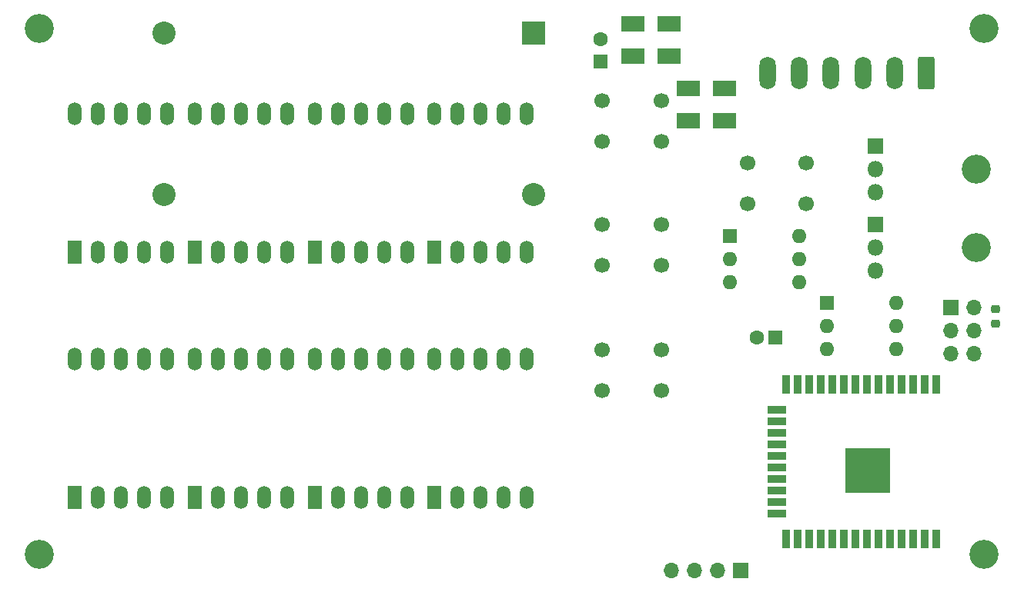
<source format=gbs>
%TF.GenerationSoftware,KiCad,Pcbnew,(6.0.0)*%
%TF.CreationDate,2022-03-13T19:16:45-04:00*%
%TF.ProjectId,esp23 i3 heat thermostat,65737032-3320-4693-9320-686561742074,rev?*%
%TF.SameCoordinates,Original*%
%TF.FileFunction,Soldermask,Bot*%
%TF.FilePolarity,Negative*%
%FSLAX46Y46*%
G04 Gerber Fmt 4.6, Leading zero omitted, Abs format (unit mm)*
G04 Created by KiCad (PCBNEW (6.0.0)) date 2022-03-13 19:16:45*
%MOMM*%
%LPD*%
G01*
G04 APERTURE LIST*
G04 Aperture macros list*
%AMRoundRect*
0 Rectangle with rounded corners*
0 $1 Rounding radius*
0 $2 $3 $4 $5 $6 $7 $8 $9 X,Y pos of 4 corners*
0 Add a 4 corners polygon primitive as box body*
4,1,4,$2,$3,$4,$5,$6,$7,$8,$9,$2,$3,0*
0 Add four circle primitives for the rounded corners*
1,1,$1+$1,$2,$3*
1,1,$1+$1,$4,$5*
1,1,$1+$1,$6,$7*
1,1,$1+$1,$8,$9*
0 Add four rect primitives between the rounded corners*
20,1,$1+$1,$2,$3,$4,$5,0*
20,1,$1+$1,$4,$5,$6,$7,0*
20,1,$1+$1,$6,$7,$8,$9,0*
20,1,$1+$1,$8,$9,$2,$3,0*%
G04 Aperture macros list end*
%ADD10R,1.700000X1.700000*%
%ADD11O,1.700000X1.700000*%
%ADD12R,1.524000X2.524000*%
%ADD13O,1.524000X2.524000*%
%ADD14RoundRect,0.250000X0.650000X1.550000X-0.650000X1.550000X-0.650000X-1.550000X0.650000X-1.550000X0*%
%ADD15O,1.800000X3.600000*%
%ADD16C,3.200000*%
%ADD17C,1.700000*%
%ADD18R,1.600000X1.600000*%
%ADD19O,1.600000X1.600000*%
%ADD20O,3.200000X3.200000*%
%ADD21R,1.800000X1.800000*%
%ADD22O,1.800000X1.800000*%
%ADD23C,1.600000*%
%ADD24R,2.500000X1.800000*%
%ADD25R,0.900000X2.000000*%
%ADD26R,2.000000X0.900000*%
%ADD27R,5.000000X5.000000*%
%ADD28R,2.540000X2.540000*%
%ADD29C,2.540000*%
%ADD30RoundRect,0.225000X-0.250000X0.225000X-0.250000X-0.225000X0.250000X-0.225000X0.250000X0.225000X0*%
G04 APERTURE END LIST*
D10*
%TO.C,J2*%
X130800000Y-111252000D03*
D11*
X128260000Y-111252000D03*
X125720000Y-111252000D03*
X123180000Y-111252000D03*
%TD*%
D12*
%TO.C,LED7*%
X97100000Y-76240000D03*
D13*
X99640000Y-76240000D03*
X102180000Y-76240000D03*
X104720000Y-76240000D03*
X107260000Y-76240000D03*
X107260000Y-61000000D03*
X104720000Y-61000000D03*
X102180000Y-61000000D03*
X99640000Y-61000000D03*
X97100000Y-61000000D03*
%TD*%
D14*
%TO.C,J1*%
X151189000Y-56526500D03*
D15*
X147689000Y-56526500D03*
X144189000Y-56526500D03*
X140689000Y-56526500D03*
X137189000Y-56526500D03*
X133689000Y-56526500D03*
%TD*%
D16*
%TO.C,REF\u002A\u002A*%
X53594000Y-51562000D03*
%TD*%
D17*
%TO.C,SW4*%
X115500000Y-59550000D03*
X122000000Y-59550000D03*
X115500000Y-64050000D03*
X122000000Y-64050000D03*
%TD*%
D18*
%TO.C,U2*%
X129550000Y-74437000D03*
D19*
X129550000Y-76977000D03*
X129550000Y-79517000D03*
X137170000Y-79517000D03*
X137170000Y-76977000D03*
X137170000Y-74437000D03*
%TD*%
D20*
%TO.C,Q2*%
X156704000Y-75692000D03*
D21*
X145604000Y-73152000D03*
D22*
X145604000Y-75692000D03*
X145604000Y-78232000D03*
%TD*%
D20*
%TO.C,Q1*%
X156704000Y-67056000D03*
D21*
X145604000Y-64516000D03*
D22*
X145604000Y-67056000D03*
X145604000Y-69596000D03*
%TD*%
D12*
%TO.C,LED6*%
X83900000Y-103240000D03*
D13*
X86440000Y-103240000D03*
X88980000Y-103240000D03*
X91520000Y-103240000D03*
X94060000Y-103240000D03*
X94060000Y-88000000D03*
X91520000Y-88000000D03*
X88980000Y-88000000D03*
X86440000Y-88000000D03*
X83900000Y-88000000D03*
%TD*%
D18*
%TO.C,U3*%
X140218000Y-81803000D03*
D19*
X140218000Y-84343000D03*
X140218000Y-86883000D03*
X147838000Y-86883000D03*
X147838000Y-84343000D03*
X147838000Y-81803000D03*
%TD*%
D12*
%TO.C,LED8*%
X97100000Y-103240000D03*
D13*
X99640000Y-103240000D03*
X102180000Y-103240000D03*
X104720000Y-103240000D03*
X107260000Y-103240000D03*
X107260000Y-88000000D03*
X104720000Y-88000000D03*
X102180000Y-88000000D03*
X99640000Y-88000000D03*
X97100000Y-88000000D03*
%TD*%
D12*
%TO.C,LED1*%
X57500000Y-76240000D03*
D13*
X60040000Y-76240000D03*
X62580000Y-76240000D03*
X65120000Y-76240000D03*
X67660000Y-76240000D03*
X67660000Y-61000000D03*
X65120000Y-61000000D03*
X62580000Y-61000000D03*
X60040000Y-61000000D03*
X57500000Y-61000000D03*
%TD*%
D12*
%TO.C,LED3*%
X70700000Y-76240000D03*
D13*
X73240000Y-76240000D03*
X75780000Y-76240000D03*
X78320000Y-76240000D03*
X80860000Y-76240000D03*
X80860000Y-61000000D03*
X78320000Y-61000000D03*
X75780000Y-61000000D03*
X73240000Y-61000000D03*
X70700000Y-61000000D03*
%TD*%
D17*
%TO.C,SW2*%
X131500000Y-66380000D03*
X138000000Y-66380000D03*
X131500000Y-70880000D03*
X138000000Y-70880000D03*
%TD*%
D12*
%TO.C,LED5*%
X83900000Y-76240000D03*
D13*
X86440000Y-76240000D03*
X88980000Y-76240000D03*
X91520000Y-76240000D03*
X94060000Y-76240000D03*
X94060000Y-61000000D03*
X91520000Y-61000000D03*
X88980000Y-61000000D03*
X86440000Y-61000000D03*
X83900000Y-61000000D03*
%TD*%
D16*
%TO.C,REF\u002A\u002A*%
X157480000Y-109474000D03*
%TD*%
D12*
%TO.C,LED2*%
X57500000Y-103240000D03*
D13*
X60040000Y-103240000D03*
X62580000Y-103240000D03*
X65120000Y-103240000D03*
X67660000Y-103240000D03*
X67660000Y-88000000D03*
X65120000Y-88000000D03*
X62580000Y-88000000D03*
X60040000Y-88000000D03*
X57500000Y-88000000D03*
%TD*%
D12*
%TO.C,LED4*%
X70700000Y-103240000D03*
D13*
X73240000Y-103240000D03*
X75780000Y-103240000D03*
X78320000Y-103240000D03*
X80860000Y-103240000D03*
X80860000Y-88000000D03*
X78320000Y-88000000D03*
X75780000Y-88000000D03*
X73240000Y-88000000D03*
X70700000Y-88000000D03*
%TD*%
D16*
%TO.C,REF\u002A\u002A*%
X157480000Y-51562000D03*
%TD*%
D17*
%TO.C,SW3*%
X115500000Y-73200000D03*
X122000000Y-73200000D03*
X115500000Y-77700000D03*
X122000000Y-77700000D03*
%TD*%
D16*
%TO.C,REF\u002A\u002A*%
X53594000Y-109474000D03*
%TD*%
D23*
%TO.C,C5*%
X115316000Y-52763395D03*
D18*
X115316000Y-55263395D03*
%TD*%
D17*
%TO.C,SW5*%
X115500000Y-86945000D03*
X122000000Y-86945000D03*
X115500000Y-91445000D03*
X122000000Y-91445000D03*
%TD*%
D10*
%TO.C,J4*%
X153862000Y-82311000D03*
D11*
X156402000Y-82311000D03*
X153862000Y-84851000D03*
X156402000Y-84851000D03*
X153862000Y-87391000D03*
X156402000Y-87391000D03*
%TD*%
D18*
%TO.C,C6*%
X134559113Y-85598000D03*
D23*
X132559113Y-85598000D03*
%TD*%
D24*
%TO.C,D3*%
X125000000Y-58166000D03*
X129000000Y-58166000D03*
%TD*%
%TO.C,D6*%
X122904000Y-51054000D03*
X118904000Y-51054000D03*
%TD*%
%TO.C,D5*%
X129000000Y-61722000D03*
X125000000Y-61722000D03*
%TD*%
D25*
%TO.C,U4*%
X152273000Y-107814000D03*
X151003000Y-107814000D03*
X149733000Y-107814000D03*
X148463000Y-107814000D03*
X147193000Y-107814000D03*
X145923000Y-107814000D03*
X144653000Y-107814000D03*
X143383000Y-107814000D03*
X142113000Y-107814000D03*
X140843000Y-107814000D03*
X139573000Y-107814000D03*
X138303000Y-107814000D03*
X137033000Y-107814000D03*
X135763000Y-107814000D03*
D26*
X134763000Y-105029000D03*
X134763000Y-103759000D03*
X134763000Y-102489000D03*
X134763000Y-101219000D03*
X134763000Y-99949000D03*
X134763000Y-98679000D03*
X134763000Y-97409000D03*
X134763000Y-96139000D03*
X134763000Y-94869000D03*
X134763000Y-93599000D03*
D25*
X135763000Y-90814000D03*
X137033000Y-90814000D03*
X138303000Y-90814000D03*
X139573000Y-90814000D03*
X140843000Y-90814000D03*
X142113000Y-90814000D03*
X143383000Y-90814000D03*
X144653000Y-90814000D03*
X145923000Y-90814000D03*
X147193000Y-90814000D03*
X148463000Y-90814000D03*
X149733000Y-90814000D03*
X151003000Y-90814000D03*
X152273000Y-90814000D03*
D27*
X144773000Y-100314000D03*
%TD*%
D24*
%TO.C,D4*%
X118904000Y-54610000D03*
X122904000Y-54610000D03*
%TD*%
D28*
%TO.C,U6*%
X107950000Y-52070000D03*
D29*
X107950000Y-69850000D03*
X67310000Y-69850000D03*
X67310000Y-52070000D03*
%TD*%
D30*
%TO.C,C7*%
X158750000Y-84087000D03*
X158750000Y-82537000D03*
%TD*%
M02*

</source>
